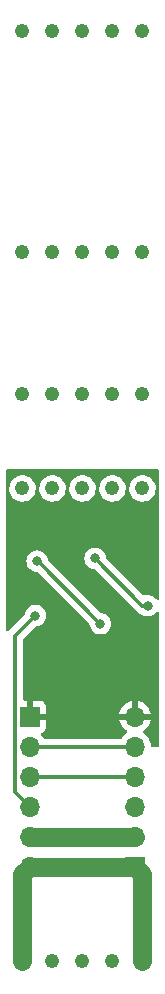
<source format=gbl>
G04 #@! TF.GenerationSoftware,KiCad,Pcbnew,6.0.11*
G04 #@! TF.CreationDate,2024-08-01T21:02:41+01:00*
G04 #@! TF.ProjectId,7Backpack,37426163-6b70-4616-936b-2e6b69636164,rev?*
G04 #@! TF.SameCoordinates,Original*
G04 #@! TF.FileFunction,Copper,L2,Bot*
G04 #@! TF.FilePolarity,Positive*
%FSLAX46Y46*%
G04 Gerber Fmt 4.6, Leading zero omitted, Abs format (unit mm)*
G04 Created by KiCad (PCBNEW 6.0.11) date 2024-08-01 21:02:41*
%MOMM*%
%LPD*%
G01*
G04 APERTURE LIST*
G04 #@! TA.AperFunction,ComponentPad*
%ADD10R,1.700000X1.700000*%
G04 #@! TD*
G04 #@! TA.AperFunction,ComponentPad*
%ADD11O,1.700000X1.700000*%
G04 #@! TD*
G04 #@! TA.AperFunction,ComponentPad*
%ADD12R,1.218000X1.218000*%
G04 #@! TD*
G04 #@! TA.AperFunction,ComponentPad*
%ADD13C,1.218000*%
G04 #@! TD*
G04 #@! TA.AperFunction,ViaPad*
%ADD14C,0.800000*%
G04 #@! TD*
G04 #@! TA.AperFunction,Conductor*
%ADD15C,1.600000*%
G04 #@! TD*
G04 #@! TA.AperFunction,Conductor*
%ADD16C,0.350000*%
G04 #@! TD*
G04 APERTURE END LIST*
D10*
X100965000Y-111760000D03*
D11*
X100965000Y-114300000D03*
X100965000Y-116840000D03*
X100965000Y-119380000D03*
X100965000Y-121920000D03*
X100965000Y-124460000D03*
D10*
X109855000Y-124460000D03*
D11*
X109855000Y-121920000D03*
X109855000Y-119380000D03*
X109855000Y-116840000D03*
X109855000Y-114300000D03*
X109855000Y-111760000D03*
D12*
X110490000Y-132428500D03*
D13*
X107950000Y-132428500D03*
X105410000Y-132428500D03*
X102870000Y-132428500D03*
X100330000Y-132428500D03*
X100330000Y-84428500D03*
X100330000Y-72428500D03*
X100330000Y-92428500D03*
X100330000Y-53688500D03*
X102870000Y-84428500D03*
X102870000Y-53688500D03*
X102870000Y-72428500D03*
X102870000Y-92428500D03*
X105410000Y-84428500D03*
X105410000Y-53688500D03*
X105410000Y-72428500D03*
X105410000Y-92428500D03*
X107950000Y-53688500D03*
X107950000Y-92428500D03*
X107950000Y-72428500D03*
X107950000Y-84428500D03*
X110490000Y-84428500D03*
X110490000Y-92428500D03*
X110490000Y-72428500D03*
X110490000Y-53688500D03*
D14*
X99695000Y-98679000D03*
X102108000Y-108712000D03*
X110998000Y-99822000D03*
X101419600Y-103195200D03*
X101568500Y-98583500D03*
X106934000Y-103886000D03*
X110935500Y-102362000D03*
X106477990Y-98349990D03*
D15*
X100965000Y-121920000D02*
X109855000Y-121920000D01*
D16*
X109855000Y-114300000D02*
X100965000Y-114300000D01*
X109855000Y-116840000D02*
X100965000Y-116840000D01*
X101419600Y-103195200D02*
X99688100Y-104926700D01*
X99688100Y-118103100D02*
X100965000Y-119380000D01*
X99688100Y-104926700D02*
X99688100Y-118103100D01*
D15*
X100330000Y-132428000D02*
X100330000Y-125095000D01*
X100330000Y-125095000D02*
X100965000Y-124460000D01*
X110490000Y-132428000D02*
X110490000Y-125095000D01*
X110490000Y-132428000D02*
X110490000Y-132428500D01*
X100330000Y-132428000D02*
X100330000Y-132428500D01*
X110490000Y-125095000D02*
X109855000Y-124460000D01*
X100965000Y-124460000D02*
X109855000Y-124460000D01*
D16*
X101631500Y-98583500D02*
X106934000Y-103886000D01*
X101568500Y-98583500D02*
X101631500Y-98583500D01*
X106477990Y-98349990D02*
X110490000Y-102362000D01*
X110490000Y-102362000D02*
X110935500Y-102362000D01*
G04 #@! TA.AperFunction,Conductor*
G36*
X111828621Y-90825002D02*
G01*
X111875114Y-90878658D01*
X111886500Y-90931000D01*
X111886500Y-101732221D01*
X111866498Y-101800342D01*
X111812842Y-101846835D01*
X111742568Y-101856939D01*
X111677988Y-101827445D01*
X111666864Y-101816531D01*
X111551175Y-101688045D01*
X111551174Y-101688044D01*
X111546753Y-101683134D01*
X111392252Y-101570882D01*
X111386224Y-101568198D01*
X111386222Y-101568197D01*
X111223819Y-101495891D01*
X111223818Y-101495891D01*
X111217788Y-101493206D01*
X111124387Y-101473353D01*
X111037444Y-101454872D01*
X111037439Y-101454872D01*
X111030987Y-101453500D01*
X110840013Y-101453500D01*
X110833561Y-101454872D01*
X110833556Y-101454872D01*
X110666200Y-101490445D01*
X110595409Y-101485043D01*
X110550908Y-101456293D01*
X107416807Y-98322192D01*
X107382781Y-98259880D01*
X107380592Y-98246267D01*
X107372222Y-98166625D01*
X107372222Y-98166623D01*
X107371532Y-98160062D01*
X107312517Y-97978434D01*
X107217030Y-97813046D01*
X107196007Y-97789697D01*
X107093665Y-97676035D01*
X107093664Y-97676034D01*
X107089243Y-97671124D01*
X106934742Y-97558872D01*
X106928714Y-97556188D01*
X106928712Y-97556187D01*
X106766309Y-97483881D01*
X106766308Y-97483881D01*
X106760278Y-97481196D01*
X106666877Y-97461343D01*
X106579934Y-97442862D01*
X106579929Y-97442862D01*
X106573477Y-97441490D01*
X106382503Y-97441490D01*
X106376051Y-97442862D01*
X106376046Y-97442862D01*
X106289103Y-97461343D01*
X106195702Y-97481196D01*
X106189672Y-97483881D01*
X106189671Y-97483881D01*
X106027268Y-97556187D01*
X106027266Y-97556188D01*
X106021238Y-97558872D01*
X105866737Y-97671124D01*
X105862316Y-97676034D01*
X105862315Y-97676035D01*
X105759974Y-97789697D01*
X105738950Y-97813046D01*
X105643463Y-97978434D01*
X105584448Y-98160062D01*
X105583758Y-98166623D01*
X105583758Y-98166625D01*
X105573957Y-98259880D01*
X105564486Y-98349990D01*
X105584448Y-98539918D01*
X105643463Y-98721546D01*
X105738950Y-98886934D01*
X105866737Y-99028856D01*
X105965833Y-99100854D01*
X105992797Y-99120444D01*
X106021238Y-99141108D01*
X106027266Y-99143792D01*
X106027268Y-99143793D01*
X106189671Y-99216099D01*
X106195702Y-99218784D01*
X106313477Y-99243818D01*
X106376047Y-99257118D01*
X106376050Y-99257118D01*
X106380772Y-99258122D01*
X106382503Y-99258490D01*
X106382436Y-99258807D01*
X106444771Y-99284452D01*
X106455040Y-99293655D01*
X109986844Y-102825459D01*
X109992698Y-102831724D01*
X110029290Y-102873670D01*
X110079655Y-102909066D01*
X110084920Y-102912978D01*
X110133328Y-102950935D01*
X110140252Y-102954061D01*
X110144561Y-102956671D01*
X110153976Y-102962042D01*
X110158424Y-102964427D01*
X110164639Y-102968795D01*
X110221957Y-102991142D01*
X110228029Y-102993694D01*
X110284105Y-103019014D01*
X110285312Y-103019238D01*
X110323950Y-103041275D01*
X110324247Y-103040866D01*
X110478748Y-103153118D01*
X110484776Y-103155802D01*
X110484778Y-103155803D01*
X110647181Y-103228109D01*
X110653212Y-103230794D01*
X110746612Y-103250647D01*
X110833556Y-103269128D01*
X110833561Y-103269128D01*
X110840013Y-103270500D01*
X111030987Y-103270500D01*
X111037439Y-103269128D01*
X111037444Y-103269128D01*
X111124387Y-103250647D01*
X111217788Y-103230794D01*
X111223819Y-103228109D01*
X111386222Y-103155803D01*
X111386224Y-103155802D01*
X111392252Y-103153118D01*
X111546753Y-103040866D01*
X111560410Y-103025699D01*
X111666864Y-102907469D01*
X111727310Y-102870229D01*
X111798293Y-102871581D01*
X111857278Y-102911094D01*
X111885536Y-102976225D01*
X111886500Y-102991779D01*
X111886500Y-114174000D01*
X111866498Y-114242121D01*
X111812842Y-114288614D01*
X111760500Y-114300000D01*
X111334222Y-114300000D01*
X111266101Y-114279998D01*
X111219608Y-114226342D01*
X111208646Y-114184324D01*
X111200276Y-114082522D01*
X111199852Y-114077361D01*
X111145431Y-113860702D01*
X111056354Y-113655840D01*
X110935014Y-113468277D01*
X110784670Y-113303051D01*
X110780619Y-113299852D01*
X110780615Y-113299848D01*
X110613414Y-113167800D01*
X110613410Y-113167798D01*
X110609359Y-113164598D01*
X110567569Y-113141529D01*
X110517598Y-113091097D01*
X110502826Y-113021654D01*
X110527942Y-112955248D01*
X110555294Y-112928641D01*
X110730328Y-112803792D01*
X110738200Y-112797139D01*
X110889052Y-112646812D01*
X110895730Y-112638965D01*
X111020003Y-112466020D01*
X111025313Y-112457183D01*
X111119670Y-112266267D01*
X111123469Y-112256672D01*
X111185377Y-112052910D01*
X111187555Y-112042837D01*
X111188986Y-112031962D01*
X111186775Y-112017778D01*
X111173617Y-112014000D01*
X108538225Y-112014000D01*
X108524694Y-112017973D01*
X108523257Y-112027966D01*
X108553565Y-112162446D01*
X108556645Y-112172275D01*
X108636770Y-112369603D01*
X108641413Y-112378794D01*
X108752694Y-112560388D01*
X108758777Y-112568699D01*
X108898213Y-112729667D01*
X108905580Y-112736883D01*
X109069434Y-112872916D01*
X109077881Y-112878831D01*
X109146969Y-112919203D01*
X109195693Y-112970842D01*
X109208764Y-113040625D01*
X109182033Y-113106396D01*
X109141584Y-113139752D01*
X109128607Y-113146507D01*
X109124474Y-113149610D01*
X109124471Y-113149612D01*
X108954100Y-113277530D01*
X108949965Y-113280635D01*
X108795629Y-113442138D01*
X108792715Y-113446410D01*
X108792714Y-113446411D01*
X108714203Y-113561504D01*
X108659292Y-113606507D01*
X108610115Y-113616500D01*
X102209459Y-113616500D01*
X102141338Y-113596498D01*
X102103667Y-113558940D01*
X102047822Y-113472617D01*
X102047820Y-113472614D01*
X102045014Y-113468277D01*
X102041538Y-113464457D01*
X102041533Y-113464450D01*
X101897435Y-113306088D01*
X101866383Y-113242242D01*
X101874779Y-113171744D01*
X101919956Y-113116976D01*
X101946400Y-113103307D01*
X102053052Y-113063325D01*
X102068649Y-113054786D01*
X102170724Y-112978285D01*
X102183285Y-112965724D01*
X102259786Y-112863649D01*
X102268324Y-112848054D01*
X102313478Y-112727606D01*
X102317105Y-112712351D01*
X102322631Y-112661486D01*
X102323000Y-112654672D01*
X102323000Y-112032115D01*
X102318525Y-112016876D01*
X102317135Y-112015671D01*
X102309452Y-112014000D01*
X100837000Y-112014000D01*
X100768879Y-111993998D01*
X100722386Y-111940342D01*
X100711000Y-111888000D01*
X100711000Y-111487885D01*
X101219000Y-111487885D01*
X101223475Y-111503124D01*
X101224865Y-111504329D01*
X101232548Y-111506000D01*
X102304884Y-111506000D01*
X102320123Y-111501525D01*
X102321328Y-111500135D01*
X102322623Y-111494183D01*
X108519389Y-111494183D01*
X108520912Y-111502607D01*
X108533292Y-111506000D01*
X109582885Y-111506000D01*
X109598124Y-111501525D01*
X109599329Y-111500135D01*
X109601000Y-111492452D01*
X109601000Y-111487885D01*
X110109000Y-111487885D01*
X110113475Y-111503124D01*
X110114865Y-111504329D01*
X110122548Y-111506000D01*
X111173344Y-111506000D01*
X111186875Y-111502027D01*
X111188180Y-111492947D01*
X111146214Y-111325875D01*
X111142894Y-111316124D01*
X111057972Y-111120814D01*
X111053105Y-111111739D01*
X110937426Y-110932926D01*
X110931136Y-110924757D01*
X110787806Y-110767240D01*
X110780273Y-110760215D01*
X110613139Y-110628222D01*
X110604552Y-110622517D01*
X110418117Y-110519599D01*
X110408705Y-110515369D01*
X110207959Y-110444280D01*
X110197988Y-110441646D01*
X110126837Y-110428972D01*
X110113540Y-110430432D01*
X110109000Y-110444989D01*
X110109000Y-111487885D01*
X109601000Y-111487885D01*
X109601000Y-110443102D01*
X109597082Y-110429758D01*
X109582806Y-110427771D01*
X109544324Y-110433660D01*
X109534288Y-110436051D01*
X109331868Y-110502212D01*
X109322359Y-110506209D01*
X109133463Y-110604542D01*
X109124738Y-110610036D01*
X108954433Y-110737905D01*
X108946726Y-110744748D01*
X108799590Y-110898717D01*
X108793104Y-110906727D01*
X108673098Y-111082649D01*
X108668000Y-111091623D01*
X108578338Y-111284783D01*
X108574775Y-111294470D01*
X108519389Y-111494183D01*
X102322623Y-111494183D01*
X102322999Y-111492452D01*
X102322999Y-110865331D01*
X102322629Y-110858510D01*
X102317105Y-110807648D01*
X102313479Y-110792396D01*
X102268324Y-110671946D01*
X102259786Y-110656351D01*
X102183285Y-110554276D01*
X102170724Y-110541715D01*
X102068649Y-110465214D01*
X102053054Y-110456676D01*
X101932606Y-110411522D01*
X101917351Y-110407895D01*
X101866486Y-110402369D01*
X101859672Y-110402000D01*
X101237115Y-110402000D01*
X101221876Y-110406475D01*
X101220671Y-110407865D01*
X101219000Y-110415548D01*
X101219000Y-111487885D01*
X100711000Y-111487885D01*
X100711000Y-110420116D01*
X100706525Y-110404877D01*
X100705135Y-110403672D01*
X100697452Y-110402001D01*
X100497600Y-110402001D01*
X100429479Y-110381999D01*
X100382986Y-110328343D01*
X100371600Y-110276001D01*
X100371600Y-105262005D01*
X100391602Y-105193884D01*
X100408505Y-105172910D01*
X101442550Y-104138865D01*
X101504862Y-104104839D01*
X101511946Y-104103700D01*
X101515087Y-104103700D01*
X101521540Y-104102328D01*
X101521543Y-104102328D01*
X101584113Y-104089028D01*
X101701888Y-104063994D01*
X101707919Y-104061309D01*
X101870322Y-103989003D01*
X101870324Y-103989002D01*
X101876352Y-103986318D01*
X102030853Y-103874066D01*
X102158640Y-103732144D01*
X102254127Y-103566756D01*
X102313142Y-103385128D01*
X102333104Y-103195200D01*
X102322278Y-103092197D01*
X102313832Y-103011835D01*
X102313832Y-103011833D01*
X102313142Y-103005272D01*
X102254127Y-102823644D01*
X102158640Y-102658256D01*
X102030853Y-102516334D01*
X101876352Y-102404082D01*
X101870324Y-102401398D01*
X101870322Y-102401397D01*
X101707919Y-102329091D01*
X101707918Y-102329091D01*
X101701888Y-102326406D01*
X101608487Y-102306553D01*
X101521544Y-102288072D01*
X101521539Y-102288072D01*
X101515087Y-102286700D01*
X101324113Y-102286700D01*
X101317661Y-102288072D01*
X101317656Y-102288072D01*
X101230712Y-102306553D01*
X101137312Y-102326406D01*
X101131282Y-102329091D01*
X101131281Y-102329091D01*
X100968878Y-102401397D01*
X100968876Y-102401398D01*
X100962848Y-102404082D01*
X100808347Y-102516334D01*
X100680560Y-102658256D01*
X100585073Y-102823644D01*
X100526058Y-103005272D01*
X100525368Y-103011833D01*
X100525368Y-103011835D01*
X100516998Y-103091477D01*
X100489985Y-103157134D01*
X100480783Y-103167402D01*
X99224641Y-104423544D01*
X99218376Y-104429398D01*
X99176430Y-104465990D01*
X99162586Y-104485689D01*
X99107054Y-104529919D01*
X99036422Y-104537105D01*
X98973117Y-104504965D01*
X98937238Y-104443701D01*
X98933500Y-104413237D01*
X98933500Y-98583500D01*
X100654996Y-98583500D01*
X100655686Y-98590065D01*
X100670107Y-98727269D01*
X100674958Y-98773428D01*
X100733973Y-98955056D01*
X100829460Y-99120444D01*
X100833878Y-99125351D01*
X100833879Y-99125352D01*
X100952825Y-99257455D01*
X100957247Y-99262366D01*
X101111748Y-99374618D01*
X101117776Y-99377302D01*
X101117778Y-99377303D01*
X101280181Y-99449609D01*
X101286212Y-99452294D01*
X101379613Y-99472147D01*
X101466556Y-99490628D01*
X101466561Y-99490628D01*
X101473013Y-99492000D01*
X101521195Y-99492000D01*
X101589316Y-99512002D01*
X101610290Y-99528905D01*
X105995183Y-103913798D01*
X106029209Y-103976110D01*
X106031398Y-103989723D01*
X106038922Y-104061309D01*
X106040458Y-104075928D01*
X106099473Y-104257556D01*
X106194960Y-104422944D01*
X106199378Y-104427851D01*
X106199379Y-104427852D01*
X106297751Y-104537105D01*
X106322747Y-104564866D01*
X106477248Y-104677118D01*
X106483276Y-104679802D01*
X106483278Y-104679803D01*
X106575371Y-104720805D01*
X106651712Y-104754794D01*
X106745112Y-104774647D01*
X106832056Y-104793128D01*
X106832061Y-104793128D01*
X106838513Y-104794500D01*
X107029487Y-104794500D01*
X107035939Y-104793128D01*
X107035944Y-104793128D01*
X107122888Y-104774647D01*
X107216288Y-104754794D01*
X107292629Y-104720805D01*
X107384722Y-104679803D01*
X107384724Y-104679802D01*
X107390752Y-104677118D01*
X107545253Y-104564866D01*
X107570249Y-104537105D01*
X107668621Y-104427852D01*
X107668622Y-104427851D01*
X107673040Y-104422944D01*
X107768527Y-104257556D01*
X107827542Y-104075928D01*
X107828797Y-104063994D01*
X107846814Y-103892565D01*
X107847504Y-103886000D01*
X107827542Y-103696072D01*
X107768527Y-103514444D01*
X107673040Y-103349056D01*
X107545253Y-103207134D01*
X107390752Y-103094882D01*
X107384724Y-103092198D01*
X107384722Y-103092197D01*
X107222319Y-103019891D01*
X107222318Y-103019891D01*
X107216288Y-103017206D01*
X107093667Y-102991142D01*
X107035943Y-102978872D01*
X107035940Y-102978872D01*
X107029487Y-102977500D01*
X107029554Y-102977183D01*
X106967219Y-102951538D01*
X106956949Y-102942335D01*
X102499918Y-98485303D01*
X102465892Y-98422991D01*
X102463703Y-98409376D01*
X102462732Y-98400136D01*
X102462732Y-98400135D01*
X102462042Y-98393572D01*
X102403027Y-98211944D01*
X102307540Y-98046556D01*
X102179753Y-97904634D01*
X102061564Y-97818764D01*
X102030594Y-97796263D01*
X102030593Y-97796262D01*
X102025252Y-97792382D01*
X102019224Y-97789698D01*
X102019222Y-97789697D01*
X101856819Y-97717391D01*
X101856818Y-97717391D01*
X101850788Y-97714706D01*
X101757387Y-97694853D01*
X101670444Y-97676372D01*
X101670439Y-97676372D01*
X101663987Y-97675000D01*
X101473013Y-97675000D01*
X101466561Y-97676372D01*
X101466556Y-97676372D01*
X101379613Y-97694853D01*
X101286212Y-97714706D01*
X101280182Y-97717391D01*
X101280181Y-97717391D01*
X101117778Y-97789697D01*
X101117776Y-97789698D01*
X101111748Y-97792382D01*
X101106407Y-97796262D01*
X101106406Y-97796263D01*
X101075436Y-97818764D01*
X100957247Y-97904634D01*
X100829460Y-98046556D01*
X100733973Y-98211944D01*
X100674958Y-98393572D01*
X100654996Y-98583500D01*
X98933500Y-98583500D01*
X98933500Y-92399122D01*
X99208098Y-92399122D01*
X99221530Y-92604064D01*
X99222952Y-92609662D01*
X99222952Y-92609664D01*
X99270665Y-92797532D01*
X99272086Y-92803127D01*
X99358071Y-92989643D01*
X99476606Y-93157367D01*
X99623722Y-93300681D01*
X99628518Y-93303886D01*
X99628521Y-93303888D01*
X99764975Y-93395063D01*
X99794491Y-93414785D01*
X99799794Y-93417063D01*
X99799797Y-93417065D01*
X99977887Y-93493578D01*
X99983194Y-93495858D01*
X100080693Y-93517920D01*
X100177876Y-93539911D01*
X100177879Y-93539911D01*
X100183512Y-93541186D01*
X100189283Y-93541413D01*
X100189285Y-93541413D01*
X100252647Y-93543902D01*
X100388736Y-93549249D01*
X100508384Y-93531901D01*
X100586271Y-93520608D01*
X100586275Y-93520607D01*
X100591993Y-93519778D01*
X100597465Y-93517920D01*
X100597467Y-93517920D01*
X100781011Y-93455615D01*
X100781013Y-93455614D01*
X100786475Y-93453760D01*
X100965670Y-93353406D01*
X101123577Y-93222077D01*
X101254906Y-93064170D01*
X101355260Y-92884975D01*
X101421278Y-92690493D01*
X101450749Y-92487236D01*
X101452287Y-92428500D01*
X101449588Y-92399122D01*
X101748098Y-92399122D01*
X101761530Y-92604064D01*
X101762952Y-92609662D01*
X101762952Y-92609664D01*
X101810665Y-92797532D01*
X101812086Y-92803127D01*
X101898071Y-92989643D01*
X102016606Y-93157367D01*
X102163722Y-93300681D01*
X102168518Y-93303886D01*
X102168521Y-93303888D01*
X102304975Y-93395063D01*
X102334491Y-93414785D01*
X102339794Y-93417063D01*
X102339797Y-93417065D01*
X102517887Y-93493578D01*
X102523194Y-93495858D01*
X102620693Y-93517920D01*
X102717876Y-93539911D01*
X102717879Y-93539911D01*
X102723512Y-93541186D01*
X102729283Y-93541413D01*
X102729285Y-93541413D01*
X102792647Y-93543902D01*
X102928736Y-93549249D01*
X103048384Y-93531901D01*
X103126271Y-93520608D01*
X103126275Y-93520607D01*
X103131993Y-93519778D01*
X103137465Y-93517920D01*
X103137467Y-93517920D01*
X103321011Y-93455615D01*
X103321013Y-93455614D01*
X103326475Y-93453760D01*
X103505670Y-93353406D01*
X103663577Y-93222077D01*
X103794906Y-93064170D01*
X103895260Y-92884975D01*
X103961278Y-92690493D01*
X103990749Y-92487236D01*
X103992287Y-92428500D01*
X103989588Y-92399122D01*
X104288098Y-92399122D01*
X104301530Y-92604064D01*
X104302952Y-92609662D01*
X104302952Y-92609664D01*
X104350665Y-92797532D01*
X104352086Y-92803127D01*
X104438071Y-92989643D01*
X104556606Y-93157367D01*
X104703722Y-93300681D01*
X104708518Y-93303886D01*
X104708521Y-93303888D01*
X104844975Y-93395063D01*
X104874491Y-93414785D01*
X104879794Y-93417063D01*
X104879797Y-93417065D01*
X105057887Y-93493578D01*
X105063194Y-93495858D01*
X105160693Y-93517920D01*
X105257876Y-93539911D01*
X105257879Y-93539911D01*
X105263512Y-93541186D01*
X105269283Y-93541413D01*
X105269285Y-93541413D01*
X105332647Y-93543902D01*
X105468736Y-93549249D01*
X105588384Y-93531901D01*
X105666271Y-93520608D01*
X105666275Y-93520607D01*
X105671993Y-93519778D01*
X105677465Y-93517920D01*
X105677467Y-93517920D01*
X105861011Y-93455615D01*
X105861013Y-93455614D01*
X105866475Y-93453760D01*
X106045670Y-93353406D01*
X106203577Y-93222077D01*
X106334906Y-93064170D01*
X106435260Y-92884975D01*
X106501278Y-92690493D01*
X106530749Y-92487236D01*
X106532287Y-92428500D01*
X106529588Y-92399122D01*
X106828098Y-92399122D01*
X106841530Y-92604064D01*
X106842952Y-92609662D01*
X106842952Y-92609664D01*
X106890665Y-92797532D01*
X106892086Y-92803127D01*
X106978071Y-92989643D01*
X107096606Y-93157367D01*
X107243722Y-93300681D01*
X107248518Y-93303886D01*
X107248521Y-93303888D01*
X107384975Y-93395063D01*
X107414491Y-93414785D01*
X107419794Y-93417063D01*
X107419797Y-93417065D01*
X107597887Y-93493578D01*
X107603194Y-93495858D01*
X107700693Y-93517920D01*
X107797876Y-93539911D01*
X107797879Y-93539911D01*
X107803512Y-93541186D01*
X107809283Y-93541413D01*
X107809285Y-93541413D01*
X107872647Y-93543902D01*
X108008736Y-93549249D01*
X108128384Y-93531901D01*
X108206271Y-93520608D01*
X108206275Y-93520607D01*
X108211993Y-93519778D01*
X108217465Y-93517920D01*
X108217467Y-93517920D01*
X108401011Y-93455615D01*
X108401013Y-93455614D01*
X108406475Y-93453760D01*
X108585670Y-93353406D01*
X108743577Y-93222077D01*
X108874906Y-93064170D01*
X108975260Y-92884975D01*
X109041278Y-92690493D01*
X109070749Y-92487236D01*
X109072287Y-92428500D01*
X109069588Y-92399122D01*
X109368098Y-92399122D01*
X109381530Y-92604064D01*
X109382952Y-92609662D01*
X109382952Y-92609664D01*
X109430665Y-92797532D01*
X109432086Y-92803127D01*
X109518071Y-92989643D01*
X109636606Y-93157367D01*
X109783722Y-93300681D01*
X109788518Y-93303886D01*
X109788521Y-93303888D01*
X109924975Y-93395063D01*
X109954491Y-93414785D01*
X109959794Y-93417063D01*
X109959797Y-93417065D01*
X110137887Y-93493578D01*
X110143194Y-93495858D01*
X110240693Y-93517920D01*
X110337876Y-93539911D01*
X110337879Y-93539911D01*
X110343512Y-93541186D01*
X110349283Y-93541413D01*
X110349285Y-93541413D01*
X110412647Y-93543902D01*
X110548736Y-93549249D01*
X110668384Y-93531901D01*
X110746271Y-93520608D01*
X110746275Y-93520607D01*
X110751993Y-93519778D01*
X110757465Y-93517920D01*
X110757467Y-93517920D01*
X110941011Y-93455615D01*
X110941013Y-93455614D01*
X110946475Y-93453760D01*
X111125670Y-93353406D01*
X111283577Y-93222077D01*
X111414906Y-93064170D01*
X111515260Y-92884975D01*
X111581278Y-92690493D01*
X111610749Y-92487236D01*
X111612287Y-92428500D01*
X111593494Y-92223979D01*
X111537745Y-92026308D01*
X111446907Y-91842107D01*
X111324022Y-91677543D01*
X111319786Y-91673627D01*
X111177446Y-91542050D01*
X111177444Y-91542048D01*
X111173205Y-91538130D01*
X110999508Y-91428535D01*
X110994148Y-91426397D01*
X110994145Y-91426395D01*
X110814111Y-91354569D01*
X110808747Y-91352429D01*
X110803087Y-91351303D01*
X110803083Y-91351302D01*
X110612978Y-91313488D01*
X110612976Y-91313488D01*
X110607311Y-91312361D01*
X110601536Y-91312285D01*
X110601532Y-91312285D01*
X110499029Y-91310944D01*
X110401946Y-91309673D01*
X110396249Y-91310652D01*
X110396248Y-91310652D01*
X110205228Y-91343475D01*
X110199531Y-91344454D01*
X110006843Y-91415540D01*
X110001882Y-91418492D01*
X110001881Y-91418492D01*
X109835304Y-91517595D01*
X109835301Y-91517597D01*
X109830336Y-91520551D01*
X109825996Y-91524357D01*
X109825992Y-91524360D01*
X109805821Y-91542050D01*
X109675922Y-91655969D01*
X109672347Y-91660504D01*
X109672346Y-91660505D01*
X109658914Y-91677543D01*
X109548771Y-91817259D01*
X109546082Y-91822370D01*
X109546080Y-91822373D01*
X109532972Y-91847288D01*
X109453142Y-91999019D01*
X109392238Y-92195163D01*
X109368098Y-92399122D01*
X109069588Y-92399122D01*
X109053494Y-92223979D01*
X108997745Y-92026308D01*
X108906907Y-91842107D01*
X108784022Y-91677543D01*
X108779786Y-91673627D01*
X108637446Y-91542050D01*
X108637444Y-91542048D01*
X108633205Y-91538130D01*
X108459508Y-91428535D01*
X108454148Y-91426397D01*
X108454145Y-91426395D01*
X108274111Y-91354569D01*
X108268747Y-91352429D01*
X108263087Y-91351303D01*
X108263083Y-91351302D01*
X108072978Y-91313488D01*
X108072976Y-91313488D01*
X108067311Y-91312361D01*
X108061536Y-91312285D01*
X108061532Y-91312285D01*
X107959029Y-91310944D01*
X107861946Y-91309673D01*
X107856249Y-91310652D01*
X107856248Y-91310652D01*
X107665228Y-91343475D01*
X107659531Y-91344454D01*
X107466843Y-91415540D01*
X107461882Y-91418492D01*
X107461881Y-91418492D01*
X107295304Y-91517595D01*
X107295301Y-91517597D01*
X107290336Y-91520551D01*
X107285996Y-91524357D01*
X107285992Y-91524360D01*
X107265821Y-91542050D01*
X107135922Y-91655969D01*
X107132347Y-91660504D01*
X107132346Y-91660505D01*
X107118914Y-91677543D01*
X107008771Y-91817259D01*
X107006082Y-91822370D01*
X107006080Y-91822373D01*
X106992972Y-91847288D01*
X106913142Y-91999019D01*
X106852238Y-92195163D01*
X106828098Y-92399122D01*
X106529588Y-92399122D01*
X106513494Y-92223979D01*
X106457745Y-92026308D01*
X106366907Y-91842107D01*
X106244022Y-91677543D01*
X106239786Y-91673627D01*
X106097446Y-91542050D01*
X106097444Y-91542048D01*
X106093205Y-91538130D01*
X105919508Y-91428535D01*
X105914148Y-91426397D01*
X105914145Y-91426395D01*
X105734111Y-91354569D01*
X105728747Y-91352429D01*
X105723087Y-91351303D01*
X105723083Y-91351302D01*
X105532978Y-91313488D01*
X105532976Y-91313488D01*
X105527311Y-91312361D01*
X105521536Y-91312285D01*
X105521532Y-91312285D01*
X105419029Y-91310944D01*
X105321946Y-91309673D01*
X105316249Y-91310652D01*
X105316248Y-91310652D01*
X105125228Y-91343475D01*
X105119531Y-91344454D01*
X104926843Y-91415540D01*
X104921882Y-91418492D01*
X104921881Y-91418492D01*
X104755304Y-91517595D01*
X104755301Y-91517597D01*
X104750336Y-91520551D01*
X104745996Y-91524357D01*
X104745992Y-91524360D01*
X104725821Y-91542050D01*
X104595922Y-91655969D01*
X104592347Y-91660504D01*
X104592346Y-91660505D01*
X104578914Y-91677543D01*
X104468771Y-91817259D01*
X104466082Y-91822370D01*
X104466080Y-91822373D01*
X104452972Y-91847288D01*
X104373142Y-91999019D01*
X104312238Y-92195163D01*
X104288098Y-92399122D01*
X103989588Y-92399122D01*
X103973494Y-92223979D01*
X103917745Y-92026308D01*
X103826907Y-91842107D01*
X103704022Y-91677543D01*
X103699786Y-91673627D01*
X103557446Y-91542050D01*
X103557444Y-91542048D01*
X103553205Y-91538130D01*
X103379508Y-91428535D01*
X103374148Y-91426397D01*
X103374145Y-91426395D01*
X103194111Y-91354569D01*
X103188747Y-91352429D01*
X103183087Y-91351303D01*
X103183083Y-91351302D01*
X102992978Y-91313488D01*
X102992976Y-91313488D01*
X102987311Y-91312361D01*
X102981536Y-91312285D01*
X102981532Y-91312285D01*
X102879029Y-91310944D01*
X102781946Y-91309673D01*
X102776249Y-91310652D01*
X102776248Y-91310652D01*
X102585228Y-91343475D01*
X102579531Y-91344454D01*
X102386843Y-91415540D01*
X102381882Y-91418492D01*
X102381881Y-91418492D01*
X102215304Y-91517595D01*
X102215301Y-91517597D01*
X102210336Y-91520551D01*
X102205996Y-91524357D01*
X102205992Y-91524360D01*
X102185821Y-91542050D01*
X102055922Y-91655969D01*
X102052347Y-91660504D01*
X102052346Y-91660505D01*
X102038914Y-91677543D01*
X101928771Y-91817259D01*
X101926082Y-91822370D01*
X101926080Y-91822373D01*
X101912972Y-91847288D01*
X101833142Y-91999019D01*
X101772238Y-92195163D01*
X101748098Y-92399122D01*
X101449588Y-92399122D01*
X101433494Y-92223979D01*
X101377745Y-92026308D01*
X101286907Y-91842107D01*
X101164022Y-91677543D01*
X101159786Y-91673627D01*
X101017446Y-91542050D01*
X101017444Y-91542048D01*
X101013205Y-91538130D01*
X100839508Y-91428535D01*
X100834148Y-91426397D01*
X100834145Y-91426395D01*
X100654111Y-91354569D01*
X100648747Y-91352429D01*
X100643087Y-91351303D01*
X100643083Y-91351302D01*
X100452978Y-91313488D01*
X100452976Y-91313488D01*
X100447311Y-91312361D01*
X100441536Y-91312285D01*
X100441532Y-91312285D01*
X100339029Y-91310944D01*
X100241946Y-91309673D01*
X100236249Y-91310652D01*
X100236248Y-91310652D01*
X100045228Y-91343475D01*
X100039531Y-91344454D01*
X99846843Y-91415540D01*
X99841882Y-91418492D01*
X99841881Y-91418492D01*
X99675304Y-91517595D01*
X99675301Y-91517597D01*
X99670336Y-91520551D01*
X99665996Y-91524357D01*
X99665992Y-91524360D01*
X99645821Y-91542050D01*
X99515922Y-91655969D01*
X99512347Y-91660504D01*
X99512346Y-91660505D01*
X99498914Y-91677543D01*
X99388771Y-91817259D01*
X99386082Y-91822370D01*
X99386080Y-91822373D01*
X99372972Y-91847288D01*
X99293142Y-91999019D01*
X99232238Y-92195163D01*
X99208098Y-92399122D01*
X98933500Y-92399122D01*
X98933500Y-90931000D01*
X98953502Y-90862879D01*
X99007158Y-90816386D01*
X99059500Y-90805000D01*
X111760500Y-90805000D01*
X111828621Y-90825002D01*
G37*
G04 #@! TD.AperFunction*
M02*

</source>
